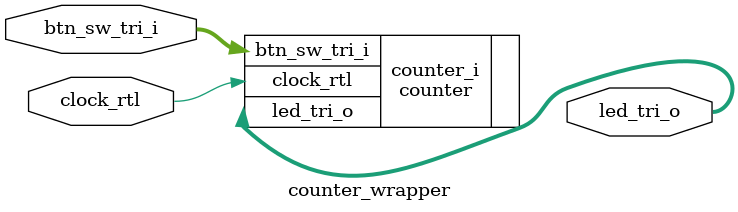
<source format=v>
`timescale 1 ps / 1 ps

module counter_wrapper
   (btn_sw_tri_i,
    clock_rtl,
    led_tri_o);
  input [7:0]btn_sw_tri_i;
  input clock_rtl;
  output [3:0]led_tri_o;

  wire [7:0]btn_sw_tri_i;
  wire clock_rtl;
  wire [3:0]led_tri_o;

  counter counter_i
       (.btn_sw_tri_i(btn_sw_tri_i),
        .clock_rtl(clock_rtl),
        .led_tri_o(led_tri_o));
endmodule

</source>
